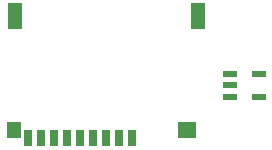
<source format=gbr>
G04 EAGLE Gerber RS-274X export*
G75*
%MOMM*%
%FSLAX34Y34*%
%LPD*%
%INSolderpaste Bottom*%
%IPPOS*%
%AMOC8*
5,1,8,0,0,1.08239X$1,22.5*%
G01*
%ADD10R,0.700000X1.400000*%
%ADD11R,1.200000X1.400000*%
%ADD12R,1.200000X2.200000*%
%ADD13R,1.600000X1.400000*%
%ADD14R,1.200000X0.600000*%


D10*
X260206Y350606D03*
X249206Y350606D03*
X238206Y350606D03*
X227206Y350606D03*
X216206Y350606D03*
X205206Y350606D03*
X194206Y350606D03*
X183206Y350606D03*
X172206Y350606D03*
D11*
X159706Y357606D03*
D12*
X160706Y453606D03*
X315706Y453606D03*
D13*
X306706Y357606D03*
D14*
X342516Y385686D03*
X342516Y395186D03*
X342516Y404686D03*
X367516Y404686D03*
X367516Y385686D03*
M02*

</source>
